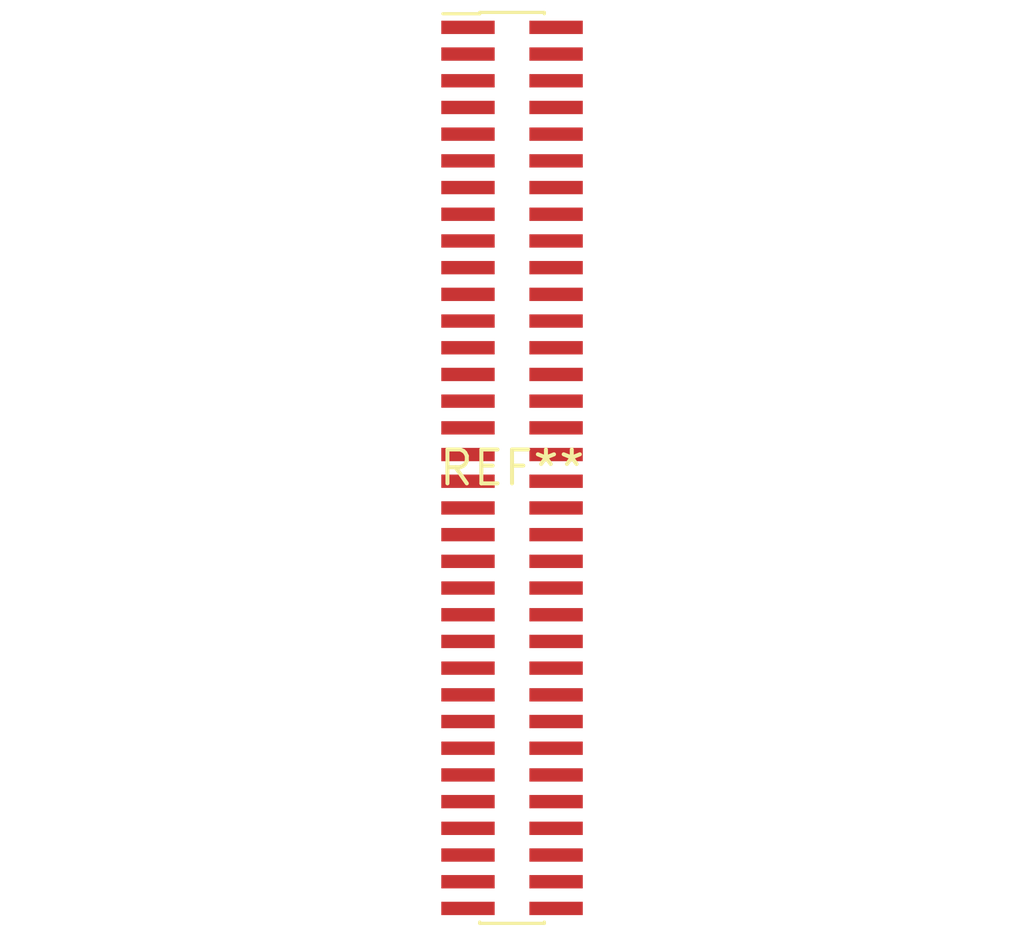
<source format=kicad_pcb>
(kicad_pcb (version 20240108) (generator pcbnew)
  (layers (0 "F.Cu" signal) (31 "B.Cu" signal) (34 "B.Paste" user) (35 "F.Paste" user) (36 "B.SilkS" user "B.Silkscreen") (37 "F.SilkS" user "F.Silkscreen") (38 "B.Mask" user) (39 "F.Mask" user) (44 "Edge.Cuts" user))
  (net 0 "")
  (footprint "PinHeader_2x34_P1.00mm_Vertical_SMD" (layer "F.Cu") (at 0 0)
    (property "Reference" "REF**")
    (property "Value" "PinHeader_2x34_P1.00mm_Vertical_SMD")
    (fp_line (start -2.59 -17.01) (end -1.21 -17.01) (layer "F.SilkS") (stroke (width 0.12)))
    (fp_line (start -1.21 -17.06) (end -1.21 -17.01) (layer "F.SilkS") (stroke (width 0.12)))
    (fp_line (start -1.21 -17.06) (end 1.21 -17.06) (layer "F.SilkS") (stroke (width 0.12)))
    (fp_line (start -1.21 17.01) (end -1.21 17.06) (layer "F.SilkS") (stroke (width 0.12)))
    (fp_line (start -1.21 17.06) (end 1.21 17.06) (layer "F.SilkS") (stroke (width 0.12)))
    (fp_line (start 1.21 -17.06) (end 1.21 -17.01) (layer "F.SilkS") (stroke (width 0.12)))
    (fp_line (start 1.21 17.01) (end 1.21 17.06) (layer "F.SilkS") (stroke (width 0.12)))
    (pad "1" smd rect (at -1.65 -16.5) (size 2 0.5) (layers "F.Cu" "F.Paste" "F.Mask"))
    (pad "2" smd rect (at 1.65 -16.5) (size 2 0.5) (layers "F.Cu" "F.Paste" "F.Mask"))
    (pad "3" smd rect (at -1.65 -15.5) (size 2 0.5) (layers "F.Cu" "F.Paste" "F.Mask"))
    (pad "4" smd rect (at 1.65 -15.5) (size 2 0.5) (layers "F.Cu" "F.Paste" "F.Mask"))
    (pad "5" smd rect (at -1.65 -14.5) (size 2 0.5) (layers "F.Cu" "F.Paste" "F.Mask"))
    (pad "6" smd rect (at 1.65 -14.5) (size 2 0.5) (layers "F.Cu" "F.Paste" "F.Mask"))
    (pad "7" smd rect (at -1.65 -13.5) (size 2 0.5) (layers "F.Cu" "F.Paste" "F.Mask"))
    (pad "8" smd rect (at 1.65 -13.5) (size 2 0.5) (layers "F.Cu" "F.Paste" "F.Mask"))
    (pad "9" smd rect (at -1.65 -12.5) (size 2 0.5) (layers "F.Cu" "F.Paste" "F.Mask"))
    (pad "10" smd rect (at 1.65 -12.5) (size 2 0.5) (layers "F.Cu" "F.Paste" "F.Mask"))
    (pad "11" smd rect (at -1.65 -11.5) (size 2 0.5) (layers "F.Cu" "F.Paste" "F.Mask"))
    (pad "12" smd rect (at 1.65 -11.5) (size 2 0.5) (layers "F.Cu" "F.Paste" "F.Mask"))
    (pad "13" smd rect (at -1.65 -10.5) (size 2 0.5) (layers "F.Cu" "F.Paste" "F.Mask"))
    (pad "14" smd rect (at 1.65 -10.5) (size 2 0.5) (layers "F.Cu" "F.Paste" "F.Mask"))
    (pad "15" smd rect (at -1.65 -9.5) (size 2 0.5) (layers "F.Cu" "F.Paste" "F.Mask"))
    (pad "16" smd rect (at 1.65 -9.5) (size 2 0.5) (layers "F.Cu" "F.Paste" "F.Mask"))
    (pad "17" smd rect (at -1.65 -8.5) (size 2 0.5) (layers "F.Cu" "F.Paste" "F.Mask"))
    (pad "18" smd rect (at 1.65 -8.5) (size 2 0.5) (layers "F.Cu" "F.Paste" "F.Mask"))
    (pad "19" smd rect (at -1.65 -7.5) (size 2 0.5) (layers "F.Cu" "F.Paste" "F.Mask"))
    (pad "20" smd rect (at 1.65 -7.5) (size 2 0.5) (layers "F.Cu" "F.Paste" "F.Mask"))
    (pad "21" smd rect (at -1.65 -6.5) (size 2 0.5) (layers "F.Cu" "F.Paste" "F.Mask"))
    (pad "22" smd rect (at 1.65 -6.5) (size 2 0.5) (layers "F.Cu" "F.Paste" "F.Mask"))
    (pad "23" smd rect (at -1.65 -5.5) (size 2 0.5) (layers "F.Cu" "F.Paste" "F.Mask"))
    (pad "24" smd rect (at 1.65 -5.5) (size 2 0.5) (layers "F.Cu" "F.Paste" "F.Mask"))
    (pad "25" smd rect (at -1.65 -4.5) (size 2 0.5) (layers "F.Cu" "F.Paste" "F.Mask"))
    (pad "26" smd rect (at 1.65 -4.5) (size 2 0.5) (layers "F.Cu" "F.Paste" "F.Mask"))
    (pad "27" smd rect (at -1.65 -3.5) (size 2 0.5) (layers "F.Cu" "F.Paste" "F.Mask"))
    (pad "28" smd rect (at 1.65 -3.5) (size 2 0.5) (layers "F.Cu" "F.Paste" "F.Mask"))
    (pad "29" smd rect (at -1.65 -2.5) (size 2 0.5) (layers "F.Cu" "F.Paste" "F.Mask"))
    (pad "30" smd rect (at 1.65 -2.5) (size 2 0.5) (layers "F.Cu" "F.Paste" "F.Mask"))
    (pad "31" smd rect (at -1.65 -1.5) (size 2 0.5) (layers "F.Cu" "F.Paste" "F.Mask"))
    (pad "32" smd rect (at 1.65 -1.5) (size 2 0.5) (layers "F.Cu" "F.Paste" "F.Mask"))
    (pad "33" smd rect (at -1.65 -0.5) (size 2 0.5) (layers "F.Cu" "F.Paste" "F.Mask"))
    (pad "34" smd rect (at 1.65 -0.5) (size 2 0.5) (layers "F.Cu" "F.Paste" "F.Mask"))
    (pad "35" smd rect (at -1.65 0.5) (size 2 0.5) (layers "F.Cu" "F.Paste" "F.Mask"))
    (pad "36" smd rect (at 1.65 0.5) (size 2 0.5) (layers "F.Cu" "F.Paste" "F.Mask"))
    (pad "37" smd rect (at -1.65 1.5) (size 2 0.5) (layers "F.Cu" "F.Paste" "F.Mask"))
    (pad "38" smd rect (at 1.65 1.5) (size 2 0.5) (layers "F.Cu" "F.Paste" "F.Mask"))
    (pad "39" smd rect (at -1.65 2.5) (size 2 0.5) (layers "F.Cu" "F.Paste" "F.Mask"))
    (pad "40" smd rect (at 1.65 2.5) (size 2 0.5) (layers "F.Cu" "F.Paste" "F.Mask"))
    (pad "41" smd rect (at -1.65 3.5) (size 2 0.5) (layers "F.Cu" "F.Paste" "F.Mask"))
    (pad "42" smd rect (at 1.65 3.5) (size 2 0.5) (layers "F.Cu" "F.Paste" "F.Mask"))
    (pad "43" smd rect (at -1.65 4.5) (size 2 0.5) (layers "F.Cu" "F.Paste" "F.Mask"))
    (pad "44" smd rect (at 1.65 4.5) (size 2 0.5) (layers "F.Cu" "F.Paste" "F.Mask"))
    (pad "45" smd rect (at -1.65 5.5) (size 2 0.5) (layers "F.Cu" "F.Paste" "F.Mask"))
    (pad "46" smd rect (at 1.65 5.5) (size 2 0.5) (layers "F.Cu" "F.Paste" "F.Mask"))
    (pad "47" smd rect (at -1.65 6.5) (size 2 0.5) (layers "F.Cu" "F.Paste" "F.Mask"))
    (pad "48" smd rect (at 1.65 6.5) (size 2 0.5) (layers "F.Cu" "F.Paste" "F.Mask"))
    (pad "49" smd rect (at -1.65 7.5) (size 2 0.5) (layers "F.Cu" "F.Paste" "F.Mask"))
    (pad "50" smd rect (at 1.65 7.5) (size 2 0.5) (layers "F.Cu" "F.Paste" "F.Mask"))
    (pad "51" smd rect (at -1.65 8.5) (size 2 0.5) (layers "F.Cu" "F.Paste" "F.Mask"))
    (pad "52" smd rect (at 1.65 8.5) (size 2 0.5) (layers "F.Cu" "F.Paste" "F.Mask"))
    (pad "53" smd rect (at -1.65 9.5) (size 2 0.5) (layers "F.Cu" "F.Paste" "F.Mask"))
    (pad "54" smd rect (at 1.65 9.5) (size 2 0.5) (layers "F.Cu" "F.Paste" "F.Mask"))
    (pad "55" smd rect (at -1.65 10.5) (size 2 0.5) (layers "F.Cu" "F.Paste" "F.Mask"))
    (pad "56" smd rect (at 1.65 10.5) (size 2 0.5) (layers "F.Cu" "F.Paste" "F.Mask"))
    (pad "57" smd rect (at -1.65 11.5) (size 2 0.5) (layers "F.Cu" "F.Paste" "F.Mask"))
    (pad "58" smd rect (at 1.65 11.5) (size 2 0.5) (layers "F.Cu" "F.Paste" "F.Mask"))
    (pad "59" smd rect (at -1.65 12.5) (size 2 0.5) (layers "F.Cu" "F.Paste" "F.Mask"))
    (pad "60" smd rect (at 1.65 12.5) (size 2 0.5) (layers "F.Cu" "F.Paste" "F.Mask"))
    (pad "61" smd rect (at -1.65 13.5) (size 2 0.5) (layers "F.Cu" "F.Paste" "F.Mask"))
    (pad "62" smd rect (at 1.65 13.5) (size 2 0.5) (layers "F.Cu" "F.Paste" "F.Mask"))
    (pad "63" smd rect (at -1.65 14.5) (size 2 0.5) (layers "F.Cu" "F.Paste" "F.Mask"))
    (pad "64" smd rect (at 1.65 14.5) (size 2 0.5) (layers "F.Cu" "F.Paste" "F.Mask"))
    (pad "65" smd rect (at -1.65 15.5) (size 2 0.5) (layers "F.Cu" "F.Paste" "F.Mask"))
    (pad "66" smd rect (at 1.65 15.5) (size 2 0.5) (layers "F.Cu" "F.Paste" "F.Mask"))
    (pad "67" smd rect (at -1.65 16.5) (size 2 0.5) (layers "F.Cu" "F.Paste" "F.Mask"))
    (pad "68" smd rect (at 1.65 16.5) (size 2 0.5) (layers "F.Cu" "F.Paste" "F.Mask"))
  )
)
</source>
